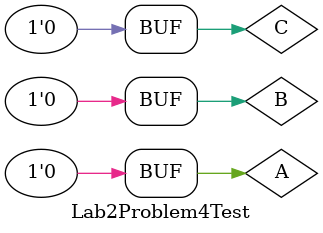
<source format=v>
`timescale 1ns / 1ps


module Lab2Problem4Test;

	// Inputs
	reg A;
	reg B;
	reg C;

	// Outputs
	wire X;
	wire Y;

	// Instantiate the Unit Under Test (UUT)
	Lab2Problem4 uut (
		.A(A), 
		.B(B), 
		.C(C), 
		.X(X), 
		.Y(Y)
	);

	initial begin
		// Initialize Inputs
		A = 0;
		B = 0;
		C = 0;

		// Wait 100 ns for global reset to finish
		#100;
        
		// Add stimulus here

	end
      
endmodule


</source>
